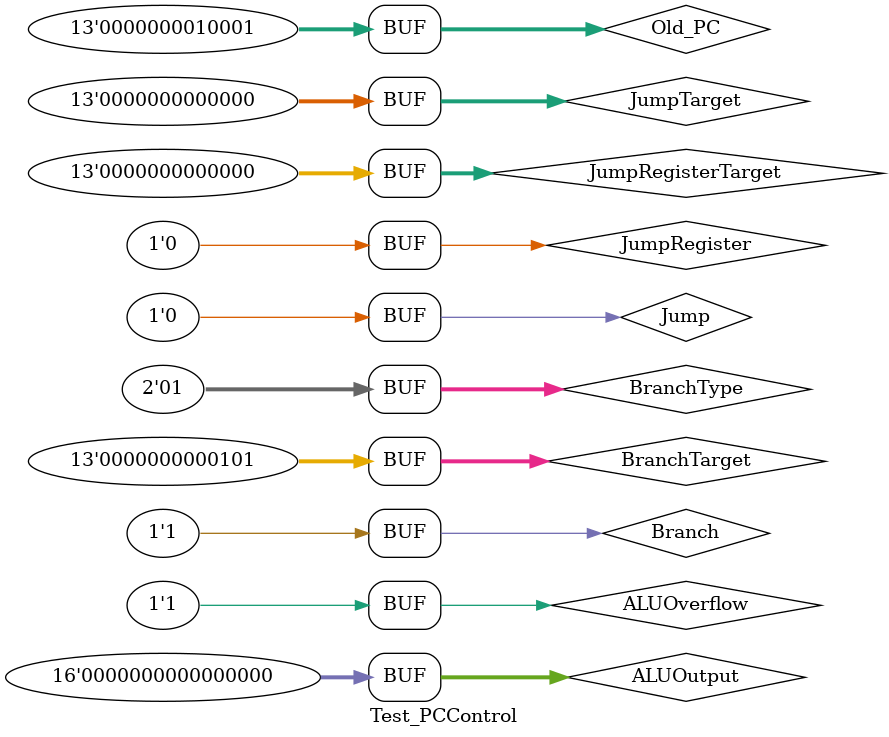
<source format=v>
`timescale 1ns / 1ps


module Test_PCControl;

	// Inputs
	reg[12:0] Old_PC;
	reg Jump;
	reg [12:0] JumpTarget;
	reg JumpRegister;
	reg [12:0] JumpRegisterTarget;
	reg Branch;
	reg [1:0] BranchType;
	reg [15:0] ALUOutput;
	reg ALUOverflow;
	reg [12:0] BranchTarget;

	// Outputs
	wire [12:0] pc;
	wire REG_Mask;
	wire EX_Mask;
	wire MEM_Mask;

	// Instantiate the Unit Under Test (UUT)
	PCControl uut (
		.Old_PC(Old_PC),
		.Jump(Jump), 
		.JumpTarget(JumpTarget), 
		.JumpRegister(JumpRegister), 
		.JumpRegisterTarget(JumpRegisterTarget), 
		.Branch(Branch), 
		.BranchType(BranchType), 
		.ALUOutput(ALUOutput), 
		.ALUOverflow(ALUOverflow), 
		.BranchTarget(BranchTarget), 
		.pc(pc), 
		.REG_Mask(REG_Mask), 
		.EX_Mask(EX_Mask), 
		.MEM_Mask(MEM_Mask)
	);

	initial begin
		// Initialize Inputs
		Old_PC = 13'd17;
		Jump = 0;
		JumpTarget = 0;
		JumpRegister = 0;
		JumpRegisterTarget = 0;
		Branch = 0;
		BranchType = 0;
		ALUOutput = 0;
		ALUOverflow = 0;
		BranchTarget = 0;
		
		#10;
		
		Branch = 1'b1;
		BranchType = 2'b01;
		ALUOutput = 16'd0;
		ALUOverflow = 1'b1;
		BranchTarget = 16'd5;
		
		#20;

	end
      
endmodule


</source>
